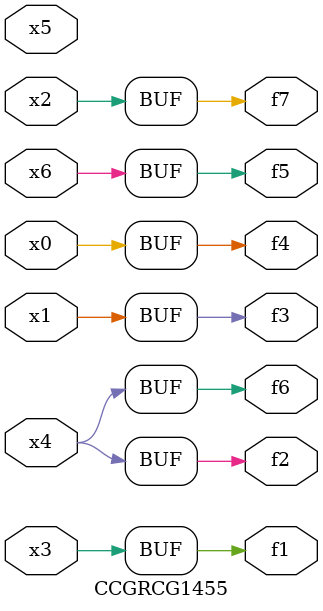
<source format=v>
module CCGRCG1455(
	input x0, x1, x2, x3, x4, x5, x6,
	output f1, f2, f3, f4, f5, f6, f7
);
	assign f1 = x3;
	assign f2 = x4;
	assign f3 = x1;
	assign f4 = x0;
	assign f5 = x6;
	assign f6 = x4;
	assign f7 = x2;
endmodule

</source>
